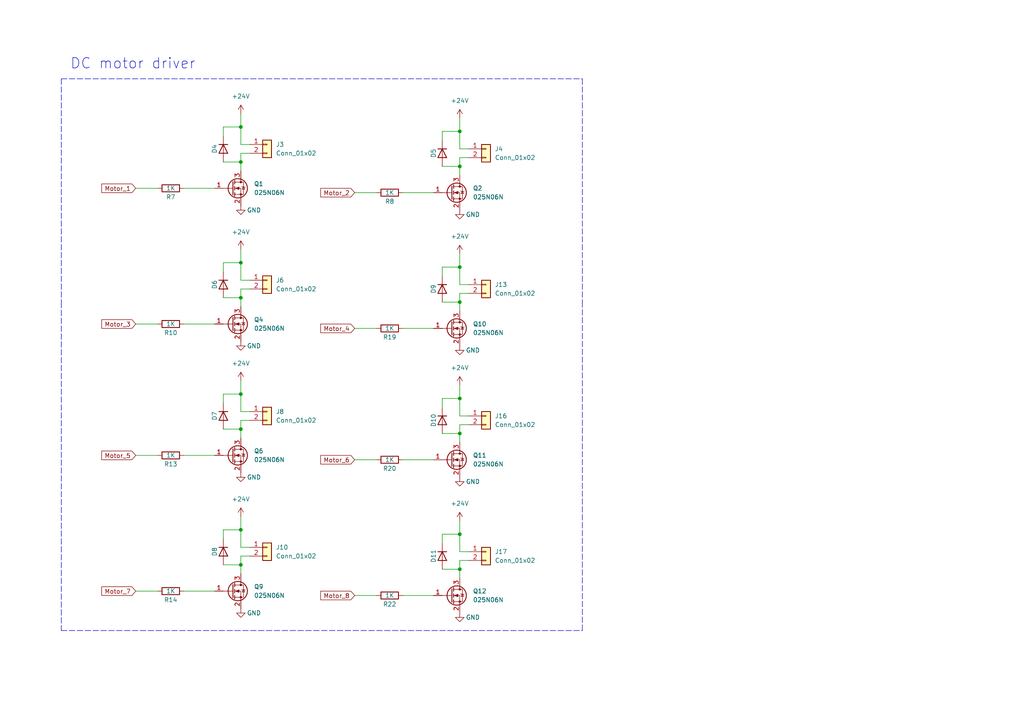
<source format=kicad_sch>
(kicad_sch (version 20211123) (generator eeschema)
  (paper "A4")
  (lib_symbols
    (symbol "Connector_Generic:Conn_01x02" (pin_names (offset 1.016) hide)
      (property "Reference" "J" (at 0 2.54 0))
      (property "Value" "Conn_01x02" (at 0 -5.08 0))
      (symbol "Conn_01x02_1_1"
        (rectangle (start -1.27 -2.413) (end 0 -2.667) (stroke (width 0.1524)))
        (rectangle (start -1.27 0.127) (end 0 -0.127) (stroke (width 0.1524)))
        (rectangle (start -1.27 1.27) (end 1.27 -3.81) (stroke (width 0.254)) (fill (type background)))
        (pin passive line (at -5.08 0 0) (length 3.81) (name "Pin_1") (number "1"))
        (pin passive line (at -5.08 -2.54 0) (length 3.81) (name "Pin_2") (number "2"))
      )
    )
    (symbol "Device:D" (pin_numbers hide) (pin_names (offset 1.016) hide)
      (property "Reference" "D" (at 0 2.54 0))
      (property "Value" "D" (at 0 -2.54 0))
      (symbol "D_0_1"
        (polyline (pts (xy -1.27 1.27) (xy -1.27 -1.27)) (stroke (width 0.254)))
        (polyline (pts (xy 1.27 0) (xy -1.27 0)))
        (polyline (pts (xy 1.27 1.27) (xy 1.27 -1.27) (xy -1.27 0) (xy 1.27 1.27)) (stroke (width 0.254)))
      )
      (symbol "D_1_1"
        (pin passive line (at -3.81 0 0) (length 2.54) (name "K") (number "1"))
        (pin passive line (at 3.81 0 180) (length 2.54) (name "A") (number "2"))
      )
    )
    (symbol "Device:R" (pin_numbers hide) (pin_names (offset 0))
      (property "Reference" "R" (at 2.032 0 90))
      (property "Value" "R" (at 0 0 90))
      (symbol "R_0_1"
        (rectangle (start -1.016 -2.54) (end 1.016 2.54) (stroke (width 0.254)))
      )
      (symbol "R_1_1"
        (pin passive line (at 0 3.81 270) (length 1.27) (name "~") (number "1"))
        (pin passive line (at 0 -3.81 90) (length 1.27) (name "~") (number "2"))
      )
    )
    (symbol "Transistor_FET:AO3400A" (pin_names hide)
      (property "Reference" "Q" (at 5.08 1.905 0))
      (property "Value" "AO3400A" (at 5.08 0 0))
      (symbol "AO3400A_0_1"
        (polyline (pts (xy 0.254 0) (xy -2.54 0)))
        (polyline (pts (xy 0.254 1.905) (xy 0.254 -1.905)) (stroke (width 0.254)))
        (polyline (pts (xy 0.762 -1.27) (xy 0.762 -2.286)) (stroke (width 0.254)))
        (polyline (pts (xy 0.762 0.508) (xy 0.762 -0.508)) (stroke (width 0.254)))
        (polyline (pts (xy 0.762 2.286) (xy 0.762 1.27)) (stroke (width 0.254)))
        (polyline (pts (xy 2.54 2.54) (xy 2.54 1.778)))
        (polyline (pts (xy 2.54 -2.54) (xy 2.54 0) (xy 0.762 0)))
        (polyline (pts (xy 0.762 -1.778) (xy 3.302 -1.778) (xy 3.302 1.778) (xy 0.762 1.778)))
        (polyline (pts (xy 1.016 0) (xy 2.032 0.381) (xy 2.032 -0.381) (xy 1.016 0)) (fill (type outline)))
        (polyline (pts (xy 2.794 0.508) (xy 2.921 0.381) (xy 3.683 0.381) (xy 3.81 0.254)))
        (polyline (pts (xy 3.302 0.381) (xy 2.921 -0.254) (xy 3.683 -0.254) (xy 3.302 0.381)))
        (circle (center 1.651 0) (radius 2.794) (stroke (width 0.254)))
        (circle (center 2.54 -1.778) (radius 0.254) (fill (type outline)))
        (circle (center 2.54 1.778) (radius 0.254) (fill (type outline)))
      )
      (symbol "AO3400A_1_1"
        (pin input line (at -5.08 0 0) (length 2.54) (name "G") (number "1"))
        (pin passive line (at 2.54 -5.08 90) (length 2.54) (name "S") (number "2"))
        (pin passive line (at 2.54 5.08 270) (length 2.54) (name "D") (number "3"))
      )
    )
    (symbol "power:+24V" (power) (pin_names (offset 0))
      (property "Value" "+24V" (at 0 3.556 0))
      (symbol "+24V_0_1"
        (polyline (pts (xy -0.762 1.27) (xy 0 2.54)))
        (polyline (pts (xy 0 0) (xy 0 2.54)))
        (polyline (pts (xy 0 2.54) (xy 0.762 1.27)))
      )
      (symbol "+24V_1_1"
        (pin power_in line (at 0 0 90) (length 0) hide (name "+24V") (number "1"))
      )
    )
    (symbol "power:GND" (power) (pin_names (offset 0))
      (property "Value" "GND" (at 0 -3.81 0))
      (symbol "GND_0_1"
        (polyline (pts (xy 0 0) (xy 0 -1.27) (xy 1.27 -1.27) (xy 0 -2.54) (xy -1.27 -1.27) (xy 0 -1.27)))
      )
      (symbol "GND_1_1"
        (pin power_in line (at 0 0 270) (length 0) hide (name "GND") (number "1"))
      )
    )
  )
  (junction (at 69.85 163.83))
  (junction (at 133.35 165.1))
  (junction (at 69.85 114.3))
  (junction (at 133.35 87.63))
  (junction (at 69.85 36.83))
  (junction (at 133.35 48.26))
  (junction (at 69.85 86.36))
  (junction (at 69.85 46.99))
  (junction (at 69.85 124.46))
  (junction (at 133.35 115.57))
  (junction (at 69.85 153.67))
  (junction (at 133.35 154.94))
  (junction (at 133.35 38.1))
  (junction (at 133.35 125.73))
  (junction (at 69.85 76.2))
  (junction (at 133.35 77.47))
  (wire (pts (xy 69.85 161.29) (xy 72.39 161.29)))
  (wire (pts (xy 39.37 132.08) (xy 45.72 132.08)))
  (wire (pts (xy 39.37 171.45) (xy 45.72 171.45)))
  (polyline (pts (xy 17.78 182.88) (xy 168.91 182.88)))
  (wire (pts (xy 69.85 41.91) (xy 69.85 36.83)))
  (wire (pts (xy 133.35 43.18) (xy 135.89 43.18)))
  (wire (pts (xy 53.34 171.45) (xy 62.23 171.45)))
  (wire (pts (xy 133.35 128.27) (xy 133.35 125.73)))
  (wire (pts (xy 69.85 83.82) (xy 72.39 83.82)))
  (wire (pts (xy 116.84 172.72) (xy 125.73 172.72)))
  (wire (pts (xy 133.35 167.64) (xy 133.35 165.1)))
  (polyline (pts (xy 17.78 87.63) (xy 17.78 182.88)))
  (polyline (pts (xy 168.91 182.88) (xy 168.91 87.63)))
  (wire (pts (xy 69.85 72.39) (xy 69.85 76.2)))
  (wire (pts (xy 133.35 125.73) (xy 133.35 123.19)))
  (wire (pts (xy 69.85 49.53) (xy 69.85 46.99)))
  (wire (pts (xy 69.85 119.38) (xy 69.85 114.3)))
  (wire (pts (xy 64.77 76.2) (xy 69.85 76.2)))
  (wire (pts (xy 64.77 163.83) (xy 69.85 163.83)))
  (wire (pts (xy 69.85 88.9) (xy 69.85 86.36)))
  (wire (pts (xy 128.27 154.94) (xy 133.35 154.94)))
  (wire (pts (xy 69.85 46.99) (xy 69.85 44.45)))
  (wire (pts (xy 69.85 124.46) (xy 69.85 121.92)))
  (wire (pts (xy 64.77 36.83) (xy 69.85 36.83)))
  (polyline (pts (xy 17.78 22.86) (xy 17.78 87.63)))
  (wire (pts (xy 64.77 114.3) (xy 69.85 114.3)))
  (wire (pts (xy 133.35 162.56) (xy 135.89 162.56)))
  (wire (pts (xy 69.85 163.83) (xy 69.85 161.29)))
  (wire (pts (xy 128.27 125.73) (xy 133.35 125.73)))
  (wire (pts (xy 53.34 132.08) (xy 62.23 132.08)))
  (wire (pts (xy 128.27 87.63) (xy 133.35 87.63)))
  (wire (pts (xy 133.35 82.55) (xy 135.89 82.55)))
  (wire (pts (xy 133.35 165.1) (xy 133.35 162.56)))
  (wire (pts (xy 64.77 46.99) (xy 69.85 46.99)))
  (wire (pts (xy 133.35 160.02) (xy 133.35 154.94)))
  (wire (pts (xy 133.35 111.76) (xy 133.35 115.57)))
  (wire (pts (xy 133.35 48.26) (xy 133.35 45.72)))
  (wire (pts (xy 69.85 158.75) (xy 72.39 158.75)))
  (polyline (pts (xy 168.91 22.86) (xy 168.91 87.63)))
  (wire (pts (xy 69.85 81.28) (xy 69.85 76.2)))
  (wire (pts (xy 69.85 149.86) (xy 69.85 153.67)))
  (wire (pts (xy 128.27 38.1) (xy 133.35 38.1)))
  (wire (pts (xy 69.85 41.91) (xy 72.39 41.91)))
  (wire (pts (xy 102.87 55.88) (xy 109.22 55.88)))
  (wire (pts (xy 133.35 160.02) (xy 135.89 160.02)))
  (wire (pts (xy 133.35 123.19) (xy 135.89 123.19)))
  (wire (pts (xy 39.37 54.61) (xy 45.72 54.61)))
  (wire (pts (xy 69.85 81.28) (xy 72.39 81.28)))
  (wire (pts (xy 69.85 44.45) (xy 72.39 44.45)))
  (wire (pts (xy 133.35 45.72) (xy 135.89 45.72)))
  (wire (pts (xy 102.87 133.35) (xy 109.22 133.35)))
  (wire (pts (xy 64.77 156.21) (xy 64.77 153.67)))
  (wire (pts (xy 128.27 157.48) (xy 128.27 154.94)))
  (wire (pts (xy 64.77 116.84) (xy 64.77 114.3)))
  (wire (pts (xy 116.84 55.88) (xy 125.73 55.88)))
  (wire (pts (xy 102.87 95.25) (xy 109.22 95.25)))
  (wire (pts (xy 133.35 43.18) (xy 133.35 38.1)))
  (wire (pts (xy 133.35 85.09) (xy 135.89 85.09)))
  (wire (pts (xy 133.35 73.66) (xy 133.35 77.47)))
  (wire (pts (xy 128.27 80.01) (xy 128.27 77.47)))
  (wire (pts (xy 128.27 165.1) (xy 133.35 165.1)))
  (wire (pts (xy 133.35 120.65) (xy 133.35 115.57)))
  (wire (pts (xy 39.37 93.98) (xy 45.72 93.98)))
  (wire (pts (xy 128.27 40.64) (xy 128.27 38.1)))
  (wire (pts (xy 69.85 166.37) (xy 69.85 163.83)))
  (wire (pts (xy 102.87 172.72) (xy 109.22 172.72)))
  (wire (pts (xy 64.77 124.46) (xy 69.85 124.46)))
  (wire (pts (xy 64.77 153.67) (xy 69.85 153.67)))
  (wire (pts (xy 69.85 158.75) (xy 69.85 153.67)))
  (wire (pts (xy 133.35 50.8) (xy 133.35 48.26)))
  (wire (pts (xy 133.35 87.63) (xy 133.35 85.09)))
  (wire (pts (xy 128.27 118.11) (xy 128.27 115.57)))
  (wire (pts (xy 133.35 82.55) (xy 133.35 77.47)))
  (wire (pts (xy 69.85 33.02) (xy 69.85 36.83)))
  (wire (pts (xy 53.34 93.98) (xy 62.23 93.98)))
  (wire (pts (xy 128.27 48.26) (xy 133.35 48.26)))
  (wire (pts (xy 64.77 78.74) (xy 64.77 76.2)))
  (wire (pts (xy 133.35 120.65) (xy 135.89 120.65)))
  (wire (pts (xy 69.85 110.49) (xy 69.85 114.3)))
  (wire (pts (xy 133.35 151.13) (xy 133.35 154.94)))
  (wire (pts (xy 133.35 90.17) (xy 133.35 87.63)))
  (polyline (pts (xy 17.78 22.86) (xy 168.91 22.86)))
  (wire (pts (xy 69.85 127) (xy 69.85 124.46)))
  (wire (pts (xy 64.77 39.37) (xy 64.77 36.83)))
  (wire (pts (xy 64.77 86.36) (xy 69.85 86.36)))
  (wire (pts (xy 116.84 95.25) (xy 125.73 95.25)))
  (wire (pts (xy 133.35 34.29) (xy 133.35 38.1)))
  (wire (pts (xy 69.85 121.92) (xy 72.39 121.92)))
  (wire (pts (xy 69.85 119.38) (xy 72.39 119.38)))
  (wire (pts (xy 116.84 133.35) (xy 125.73 133.35)))
  (wire (pts (xy 128.27 77.47) (xy 133.35 77.47)))
  (wire (pts (xy 53.34 54.61) (xy 62.23 54.61)))
  (wire (pts (xy 128.27 115.57) (xy 133.35 115.57)))
  (wire (pts (xy 69.85 86.36) (xy 69.85 83.82)))
  (text "DC motor driver" (at 20.32 20.32 0) (effects (font (size 3 3)) (justify left bottom)))
  (global_label "Motor_6" (shape input) (at 102.87 133.35 180) (property "Intersheet References" "${INTERSHEET_REFS}" (effects hide)))
  (global_label "Motor_8" (shape input) (at 102.87 172.72 180) (property "Intersheet References" "${INTERSHEET_REFS}" (effects hide)))
  (global_label "Motor_7" (shape input) (at 39.37 171.45 180) (property "Intersheet References" "${INTERSHEET_REFS}" (effects hide)))
  (global_label "Motor_2" (shape input) (at 102.87 55.88 180) (property "Intersheet References" "${INTERSHEET_REFS}" (effects hide)))
  (global_label "Motor_1" (shape input) (at 39.37 54.61 180) (property "Intersheet References" "${INTERSHEET_REFS}" (effects hide)))
  (global_label "Motor_3" (shape input) (at 39.37 93.98 180) (property "Intersheet References" "${INTERSHEET_REFS}" (effects hide)))
  (global_label "Motor_4" (shape input) (at 102.87 95.25 180) (property "Intersheet References" "${INTERSHEET_REFS}" (effects hide)))
  (global_label "Motor_5" (shape input) (at 39.37 132.08 180) (property "Intersheet References" "${INTERSHEET_REFS}" (effects hide)))
  (symbol (lib_id "Connector_Generic:Conn_01x02") (at 140.97 82.55 0) (unit 1)
    (property "Reference" "J13" (at 143.51 82.5499 0) (effects (justify left)))
    (property "Value" "Conn_01x02" (at 143.51 85.0899 0) (effects (justify left)))
    (property "Footprint" "Footprint:Molex_White_4_2mm_2P" (effects hide))
  )
  (symbol (lib_id "power:+24V") (at 133.35 34.29 0) (unit 1)
    (property "Reference" "#PWR0126" (effects hide))
    (property "Value" "+24V" (at 133.35 29.21 0))
  )
  (symbol (lib_id "power:GND") (at 133.35 138.43 0) (unit 1)
    (property "Reference" "#PWR0162" (effects hide))
    (property "Value" "GND" (at 137.16 139.7 0))
  )
  (symbol (lib_id "Transistor_FET:AO3400A") (at 67.31 54.61 0) (unit 1)
    (property "Reference" "Q1" (at 73.66 53.3399 0) (effects (justify left)))
    (property "Value" "025N06N" (at 73.66 55.8799 0) (effects (justify left)))
    (property "Footprint" "Package_TO_SOT_SMD:TO-252-2" (effects hide))
    (property "Datasheet" "http://www.aosmd.com/pdfs/datasheet/AO3400A.pdf" (effects hide))
  )
  (symbol (lib_id "Device:D") (at 64.77 160.02 270) (unit 1)
    (property "Reference" "D8" (at 62.23 160.02 0))
    (property "Value" "D" (effects hide))
    (property "Footprint" "Diode_SMD:D_SMA" (effects hide))
  )
  (symbol (lib_id "Device:D") (at 64.77 82.55 270) (unit 1)
    (property "Reference" "D6" (at 62.23 82.55 0))
    (property "Value" "D" (effects hide))
    (property "Footprint" "Diode_SMD:D_SMA" (effects hide))
  )
  (symbol (lib_id "power:GND") (at 69.85 99.06 0) (unit 1)
    (property "Reference" "#PWR0161" (effects hide))
    (property "Value" "GND" (at 73.66 100.33 0))
  )
  (symbol (lib_id "Transistor_FET:AO3400A") (at 130.81 55.88 0) (unit 1)
    (property "Reference" "Q2" (at 137.16 54.6099 0) (effects (justify left)))
    (property "Value" "025N06N" (at 137.16 57.1499 0) (effects (justify left)))
    (property "Footprint" "Package_TO_SOT_SMD:TO-252-2" (effects hide))
    (property "Datasheet" "http://www.aosmd.com/pdfs/datasheet/AO3400A.pdf" (effects hide))
  )
  (symbol (lib_id "power:+24V") (at 133.35 111.76 0) (unit 1)
    (property "Reference" "#PWR0148" (effects hide))
    (property "Value" "+24V" (at 133.35 106.68 0))
  )
  (symbol (lib_id "Transistor_FET:AO3400A") (at 130.81 95.25 0) (unit 1)
    (property "Reference" "Q10" (at 137.16 93.9799 0) (effects (justify left)))
    (property "Value" "025N06N" (at 137.16 96.5199 0) (effects (justify left)))
    (property "Footprint" "Package_TO_SOT_SMD:TO-252-2" (effects hide))
    (property "Datasheet" "http://www.aosmd.com/pdfs/datasheet/AO3400A.pdf" (effects hide))
  )
  (symbol (lib_id "Device:D") (at 64.77 120.65 270) (unit 1)
    (property "Reference" "D7" (at 62.23 120.65 0))
    (property "Value" "D" (effects hide))
    (property "Footprint" "Diode_SMD:D_SMA" (effects hide))
  )
  (symbol (lib_id "power:+24V") (at 69.85 149.86 0) (unit 1)
    (property "Reference" "#PWR0133" (effects hide))
    (property "Value" "+24V" (at 69.85 144.78 0))
  )
  (symbol (lib_id "Device:R") (at 113.03 55.88 90) (unit 1)
    (property "Reference" "R8" (at 113.03 58.42 90))
    (property "Value" "1K" (at 113.03 55.88 90))
    (property "Footprint" "Resistor_SMD:R_0603_1608Metric" (effects hide))
  )
  (symbol (lib_id "Device:D") (at 128.27 83.82 270) (unit 1)
    (property "Reference" "D9" (at 125.73 83.82 0))
    (property "Value" "D" (effects hide))
    (property "Footprint" "Diode_SMD:D_SMA" (effects hide))
  )
  (symbol (lib_id "Device:D") (at 128.27 44.45 270) (unit 1)
    (property "Reference" "D5" (at 125.73 44.45 0))
    (property "Value" "D" (effects hide))
    (property "Footprint" "Diode_SMD:D_SMA" (effects hide))
  )
  (symbol (lib_id "Device:R") (at 49.53 93.98 90) (unit 1)
    (property "Reference" "R10" (at 49.53 96.52 90))
    (property "Value" "1K" (at 49.53 93.98 90))
    (property "Footprint" "Resistor_SMD:R_0603_1608Metric" (effects hide))
  )
  (symbol (lib_id "Transistor_FET:AO3400A") (at 130.81 133.35 0) (unit 1)
    (property "Reference" "Q11" (at 137.16 132.0799 0) (effects (justify left)))
    (property "Value" "025N06N" (at 137.16 134.6199 0) (effects (justify left)))
    (property "Footprint" "Package_TO_SOT_SMD:TO-252-2" (effects hide))
    (property "Datasheet" "http://www.aosmd.com/pdfs/datasheet/AO3400A.pdf" (effects hide))
  )
  (symbol (lib_id "Device:R") (at 113.03 133.35 90) (unit 1)
    (property "Reference" "R20" (at 113.03 135.89 90))
    (property "Value" "1K" (at 113.03 133.35 90))
    (property "Footprint" "Resistor_SMD:R_0603_1608Metric" (effects hide))
  )
  (symbol (lib_id "Transistor_FET:AO3400A") (at 67.31 93.98 0) (unit 1)
    (property "Reference" "Q4" (at 73.66 92.7099 0) (effects (justify left)))
    (property "Value" "025N06N" (at 73.66 95.2499 0) (effects (justify left)))
    (property "Footprint" "Package_TO_SOT_SMD:TO-252-2" (effects hide))
    (property "Datasheet" "http://www.aosmd.com/pdfs/datasheet/AO3400A.pdf" (effects hide))
  )
  (symbol (lib_id "Connector_Generic:Conn_01x02") (at 77.47 119.38 0) (unit 1)
    (property "Reference" "J8" (at 80.01 119.3799 0) (effects (justify left)))
    (property "Value" "Conn_01x02" (at 80.01 121.9199 0) (effects (justify left)))
    (property "Footprint" "Footprint:Molex_White_4_2mm_2P" (effects hide))
  )
  (symbol (lib_id "power:+24V") (at 69.85 33.02 0) (unit 1)
    (property "Reference" "#PWR0129" (effects hide))
    (property "Value" "+24V" (at 69.85 27.94 0))
  )
  (symbol (lib_id "power:GND") (at 69.85 176.53 0) (unit 1)
    (property "Reference" "#PWR0146" (effects hide))
    (property "Value" "GND" (at 73.66 177.8 0))
  )
  (symbol (lib_id "Device:R") (at 113.03 95.25 90) (unit 1)
    (property "Reference" "R19" (at 113.03 97.79 90))
    (property "Value" "1K" (at 113.03 95.25 90))
    (property "Footprint" "Resistor_SMD:R_0603_1608Metric" (effects hide))
  )
  (symbol (lib_id "Transistor_FET:AO3400A") (at 67.31 171.45 0) (unit 1)
    (property "Reference" "Q9" (at 73.66 170.1799 0) (effects (justify left)))
    (property "Value" "025N06N" (at 73.66 172.7199 0) (effects (justify left)))
    (property "Footprint" "Package_TO_SOT_SMD:TO-252-2" (effects hide))
    (property "Datasheet" "http://www.aosmd.com/pdfs/datasheet/AO3400A.pdf" (effects hide))
  )
  (symbol (lib_id "Connector_Generic:Conn_01x02") (at 140.97 43.18 0) (unit 1)
    (property "Reference" "J4" (at 143.51 43.1799 0) (effects (justify left)))
    (property "Value" "Conn_01x02" (at 143.51 45.7199 0) (effects (justify left)))
    (property "Footprint" "Footprint:Molex_White_4_2mm_2P" (effects hide))
  )
  (symbol (lib_id "Device:R") (at 49.53 54.61 90) (unit 1)
    (property "Reference" "R7" (at 49.53 57.15 90))
    (property "Value" "1K" (at 49.53 54.61 90))
    (property "Footprint" "Resistor_SMD:R_0603_1608Metric" (effects hide))
  )
  (symbol (lib_id "power:GND") (at 69.85 137.16 0) (unit 1)
    (property "Reference" "#PWR0138" (effects hide))
    (property "Value" "GND" (at 73.66 138.43 0))
  )
  (symbol (lib_id "power:+24V") (at 69.85 110.49 0) (unit 1)
    (property "Reference" "#PWR0152" (effects hide))
    (property "Value" "+24V" (at 69.85 105.41 0))
  )
  (symbol (lib_id "Connector_Generic:Conn_01x02") (at 140.97 160.02 0) (unit 1)
    (property "Reference" "J17" (at 143.51 160.0199 0) (effects (justify left)))
    (property "Value" "Conn_01x02" (at 143.51 162.5599 0) (effects (justify left)))
    (property "Footprint" "Footprint:Molex_White_4_2mm_2P" (effects hide))
  )
  (symbol (lib_id "Connector_Generic:Conn_01x02") (at 77.47 41.91 0) (unit 1)
    (property "Reference" "J3" (at 80.01 41.9099 0) (effects (justify left)))
    (property "Value" "Conn_01x02" (at 80.01 44.4499 0) (effects (justify left)))
    (property "Footprint" "Footprint:Molex_White_4_2mm_2P" (effects hide))
  )
  (symbol (lib_id "Device:R") (at 49.53 171.45 90) (unit 1)
    (property "Reference" "R14" (at 49.53 173.99 90))
    (property "Value" "1K" (at 49.53 171.45 90))
    (property "Footprint" "Resistor_SMD:R_0603_1608Metric" (effects hide))
  )
  (symbol (lib_id "power:+24V") (at 133.35 73.66 0) (unit 1)
    (property "Reference" "#PWR0139" (effects hide))
    (property "Value" "+24V" (at 133.35 68.58 0))
  )
  (symbol (lib_id "Transistor_FET:AO3400A") (at 130.81 172.72 0) (unit 1)
    (property "Reference" "Q12" (at 137.16 171.4499 0) (effects (justify left)))
    (property "Value" "025N06N" (at 137.16 173.9899 0) (effects (justify left)))
    (property "Footprint" "Package_TO_SOT_SMD:TO-252-2" (effects hide))
    (property "Datasheet" "http://www.aosmd.com/pdfs/datasheet/AO3400A.pdf" (effects hide))
  )
  (symbol (lib_id "power:+24V") (at 69.85 72.39 0) (unit 1)
    (property "Reference" "#PWR0132" (effects hide))
    (property "Value" "+24V" (at 69.85 67.31 0))
  )
  (symbol (lib_id "Device:D") (at 128.27 121.92 270) (unit 1)
    (property "Reference" "D10" (at 125.73 121.92 0))
    (property "Value" "D" (effects hide))
    (property "Footprint" "Diode_SMD:D_SMA" (effects hide))
  )
  (symbol (lib_id "Connector_Generic:Conn_01x02") (at 77.47 158.75 0) (unit 1)
    (property "Reference" "J10" (at 80.01 158.7499 0) (effects (justify left)))
    (property "Value" "Conn_01x02" (at 80.01 161.2899 0) (effects (justify left)))
    (property "Footprint" "Footprint:Molex_White_4_2mm_2P" (effects hide))
  )
  (symbol (lib_id "Device:D") (at 128.27 161.29 270) (unit 1)
    (property "Reference" "D11" (at 125.73 161.29 0))
    (property "Value" "D" (effects hide))
    (property "Footprint" "Diode_SMD:D_SMA" (effects hide))
  )
  (symbol (lib_id "Connector_Generic:Conn_01x02") (at 140.97 120.65 0) (unit 1)
    (property "Reference" "J16" (at 143.51 120.6499 0) (effects (justify left)))
    (property "Value" "Conn_01x02" (at 143.51 123.1899 0) (effects (justify left)))
    (property "Footprint" "Footprint:Molex_White_4_2mm_2P" (effects hide))
  )
  (symbol (lib_id "Transistor_FET:AO3400A") (at 67.31 132.08 0) (unit 1)
    (property "Reference" "Q6" (at 73.66 130.8099 0) (effects (justify left)))
    (property "Value" "025N06N" (at 73.66 133.3499 0) (effects (justify left)))
    (property "Footprint" "Package_TO_SOT_SMD:TO-252-2" (effects hide))
    (property "Datasheet" "http://www.aosmd.com/pdfs/datasheet/AO3400A.pdf" (effects hide))
  )
  (symbol (lib_id "power:+24V") (at 133.35 151.13 0) (unit 1)
    (property "Reference" "#PWR0141" (effects hide))
    (property "Value" "+24V" (at 133.35 146.05 0))
  )
  (symbol (lib_id "power:GND") (at 133.35 177.8 0) (unit 1)
    (property "Reference" "#PWR0140" (effects hide))
    (property "Value" "GND" (at 137.16 179.07 0))
  )
  (symbol (lib_id "Device:D") (at 64.77 43.18 270) (unit 1)
    (property "Reference" "D4" (at 62.23 43.18 0))
    (property "Value" "D" (effects hide))
    (property "Footprint" "Diode_SMD:D_SMA" (effects hide))
  )
  (symbol (lib_id "power:GND") (at 133.35 60.96 0) (unit 1)
    (property "Reference" "#PWR0127" (effects hide))
    (property "Value" "GND" (at 137.16 62.23 0))
  )
  (symbol (lib_id "power:GND") (at 69.85 59.69 0) (unit 1)
    (property "Reference" "#PWR0128" (effects hide))
    (property "Value" "GND" (at 73.66 60.96 0))
  )
  (symbol (lib_id "Connector_Generic:Conn_01x02") (at 77.47 81.28 0) (unit 1)
    (property "Reference" "J6" (at 80.01 81.2799 0) (effects (justify left)))
    (property "Value" "Conn_01x02" (at 80.01 83.8199 0) (effects (justify left)))
    (property "Footprint" "Footprint:Molex_White_4_2mm_2P" (effects hide))
  )
  (symbol (lib_id "power:GND") (at 133.35 100.33 0) (unit 1)
    (property "Reference" "#PWR0151" (effects hide))
    (property "Value" "GND" (at 137.16 101.6 0))
  )
  (symbol (lib_id "Device:R") (at 113.03 172.72 90) (unit 1)
    (property "Reference" "R22" (at 113.03 175.26 90))
    (property "Value" "1K" (at 113.03 172.72 90))
    (property "Footprint" "Resistor_SMD:R_0603_1608Metric" (effects hide))
  )
  (symbol (lib_id "Device:R") (at 49.53 132.08 90) (unit 1)
    (property "Reference" "R13" (at 49.53 134.62 90))
    (property "Value" "1K" (at 49.53 132.08 90))
    (property "Footprint" "Resistor_SMD:R_0603_1608Metric" (effects hide))
  )
)
</source>
